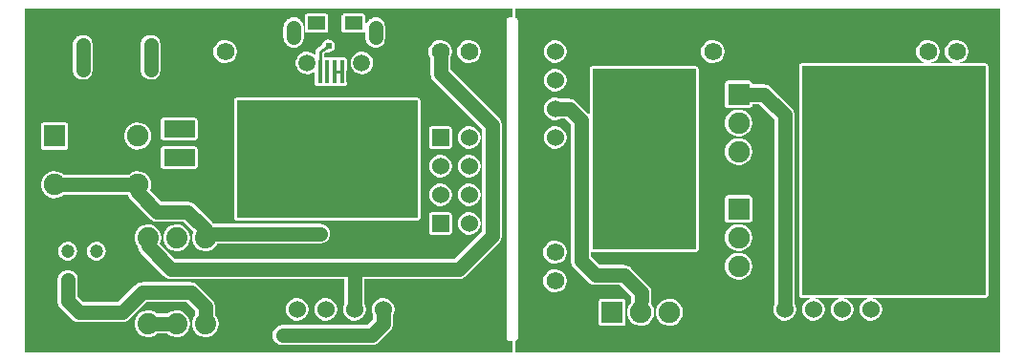
<source format=gtl>
G04 ---------------------------- Layer name :TOP LAYER*
G04 easyEDA 0.1*
G04 Scale: 100 percent, Rotated: No, Reflected: No *
G04 Dimensions in inches *
G04 leading zeros omitted , absolute positions ,2 integer and 4 * 
%FSLAX24Y24*%
%MOIN*%
G90*
G70D02*

%ADD10C,0.010000*%
%ADD11C,0.050000*%
%ADD12C,0.020000*%
%ADD13C,0.025000*%
%ADD14C,0.024400*%
%ADD15R,0.017716X0.078740*%
%ADD16R,0.062992X0.047240*%
%ADD17C,0.059055*%
%ADD19C,0.062000*%
%ADD21R,0.062000X0.062000*%
%ADD22C,0.060000*%
%ADD24R,0.075000X0.075000*%
%ADD25C,0.075000*%
%ADD27C,0.074000*%
%ADD29R,0.060000X0.060000*%
%ADD30R,0.107500X0.059700*%
%ADD31C,0.047000*%
%ADD33C,0.051181*%
%ADD34C,0.051181*%

%LPD*%
G36*
G01X0Y12000D02*
G01X0Y24000D01*
G01X17014Y24000D01*
G01X17014Y23700D01*
G01X16900Y23700D01*
G01X16869Y23696D01*
G01X16842Y23680D01*
G01X16819Y23657D01*
G01X16803Y23630D01*
G01X16800Y23600D01*
G01X16800Y12500D01*
G01X16803Y12469D01*
G01X16819Y12442D01*
G01X16842Y12419D01*
G01X16869Y12403D01*
G01X16900Y12400D01*
G01X17014Y12400D01*
G01X17014Y12000D01*
G01X0Y12000D01*
G37*

%LPC*%
G36*
G01X14530Y18102D02*
G01X14646Y18128D01*
G01X14750Y18188D01*
G01X14830Y18273D01*
G01X14881Y18382D01*
G01X14900Y18500D01*
G01X14881Y18617D01*
G01X14830Y18726D01*
G01X14750Y18811D01*
G01X14646Y18871D01*
G01X14530Y18898D01*
G01X14410Y18890D01*
G01X14300Y18846D01*
G01X14206Y18771D01*
G01X14139Y18673D01*
G01X14103Y18559D01*
G01X14103Y18440D01*
G01X14139Y18326D01*
G01X14206Y18228D01*
G01X14300Y18153D01*
G01X14410Y18109D01*
G01X14530Y18102D01*
G37*
G36*
G01X9868Y23155D02*
G01X10497Y23155D01*
G01X10527Y23159D01*
G01X10556Y23176D01*
G01X10577Y23198D01*
G01X10593Y23226D01*
G01X10597Y23255D01*
G01X10597Y23728D01*
G01X10593Y23757D01*
G01X10577Y23786D01*
G01X10556Y23807D01*
G01X10527Y23823D01*
G01X10497Y23828D01*
G01X9868Y23828D01*
G01X9838Y23823D01*
G01X9810Y23807D01*
G01X9788Y23786D01*
G01X9772Y23757D01*
G01X9768Y23728D01*
G01X9768Y23255D01*
G01X9772Y23226D01*
G01X9788Y23198D01*
G01X9810Y23176D01*
G01X9838Y23159D01*
G01X9868Y23155D01*
G37*
G36*
G01X4268Y12532D02*
G01X4396Y12540D01*
G01X4515Y12582D01*
G01X4611Y12650D01*
G01X4992Y12650D01*
G01X5027Y12615D01*
G01X5142Y12557D01*
G01X5268Y12532D01*
G01X5396Y12540D01*
G01X5515Y12582D01*
G01X5619Y12655D01*
G01X5702Y12755D01*
G01X5752Y12873D01*
G01X5769Y13000D01*
G01X5752Y13126D01*
G01X5702Y13244D01*
G01X5619Y13344D01*
G01X5515Y13417D01*
G01X5396Y13459D01*
G01X5268Y13467D01*
G01X5142Y13442D01*
G01X5027Y13384D01*
G01X4992Y13350D01*
G01X4611Y13350D01*
G01X4515Y13417D01*
G01X4396Y13459D01*
G01X4268Y13467D01*
G01X4142Y13442D01*
G01X4027Y13384D01*
G01X3935Y13296D01*
G01X3868Y13188D01*
G01X3834Y13063D01*
G01X3834Y12936D01*
G01X3868Y12811D01*
G01X3935Y12703D01*
G01X4027Y12615D01*
G01X4142Y12557D01*
G01X4268Y12532D01*
G37*
G36*
G01X9319Y22642D02*
G01X9452Y22642D01*
G01X9460Y22644D01*
G01X9469Y22646D01*
G01X9477Y22648D01*
G01X9593Y22705D01*
G01X9602Y22711D01*
G01X9607Y22715D01*
G01X9619Y22728D01*
G01X9692Y22815D01*
G01X9697Y22823D01*
G01X9706Y22840D01*
G01X9710Y22850D01*
G01X9711Y22857D01*
G01X9735Y22967D01*
G01X9735Y22971D01*
G01X9738Y22978D01*
G01X9738Y23355D01*
G01X9735Y23361D01*
G01X9735Y23365D01*
G01X9711Y23476D01*
G01X9710Y23484D01*
G01X9706Y23494D01*
G01X9697Y23509D01*
G01X9692Y23517D01*
G01X9619Y23605D01*
G01X9607Y23617D01*
G01X9602Y23621D01*
G01X9593Y23628D01*
G01X9477Y23686D01*
G01X9469Y23688D01*
G01X9460Y23690D01*
G01X9452Y23692D01*
G01X9319Y23692D01*
G01X9311Y23690D01*
G01X9302Y23688D01*
G01X9293Y23686D01*
G01X9285Y23682D01*
G01X9184Y23632D01*
G01X9176Y23628D01*
G01X9168Y23621D01*
G01X9161Y23617D01*
G01X9156Y23609D01*
G01X9150Y23603D01*
G01X9080Y23515D01*
G01X9073Y23509D01*
G01X9065Y23494D01*
G01X9064Y23486D01*
G01X9060Y23478D01*
G01X9034Y23367D01*
G01X9034Y23361D01*
G01X9031Y23357D01*
G01X9031Y22976D01*
G01X9034Y22971D01*
G01X9034Y22965D01*
G01X9060Y22855D01*
G01X9064Y22848D01*
G01X9065Y22840D01*
G01X9073Y22823D01*
G01X9080Y22817D01*
G01X9150Y22730D01*
G01X9156Y22723D01*
G01X9161Y22715D01*
G01X9168Y22711D01*
G01X9176Y22705D01*
G01X9184Y22702D01*
G01X9285Y22652D01*
G01X9293Y22648D01*
G01X9302Y22646D01*
G01X9311Y22644D01*
G01X9319Y22642D01*
G37*
G36*
G01X6268Y12532D02*
G01X6396Y12540D01*
G01X6515Y12582D01*
G01X6619Y12655D01*
G01X6702Y12755D01*
G01X6752Y12873D01*
G01X6769Y13000D01*
G01X6752Y13126D01*
G01X6702Y13244D01*
G01X6650Y13307D01*
G01X6650Y13600D01*
G01X6646Y13653D01*
G01X6631Y13707D01*
G01X6611Y13757D01*
G01X6584Y13805D01*
G01X6547Y13848D01*
G01X6047Y14348D01*
G01X6030Y14359D01*
G01X6023Y14367D01*
G01X5997Y14384D01*
G01X5947Y14417D01*
G01X5927Y14421D01*
G01X5919Y14428D01*
G01X5880Y14436D01*
G01X5830Y14448D01*
G01X5815Y14446D01*
G01X5800Y14450D01*
G01X4100Y14450D01*
G01X4084Y14446D01*
G01X4069Y14448D01*
G01X4019Y14436D01*
G01X3980Y14428D01*
G01X3972Y14421D01*
G01X3952Y14417D01*
G01X3902Y14384D01*
G01X3876Y14367D01*
G01X3868Y14359D01*
G01X3852Y14348D01*
G01X3253Y13750D01*
G01X2046Y13750D01*
G01X1860Y13936D01*
G01X1860Y14530D01*
G01X1838Y14650D01*
G01X1777Y14753D01*
G01X1685Y14834D01*
G01X1569Y14873D01*
G01X1450Y14873D01*
G01X1335Y14834D01*
G01X1242Y14753D01*
G01X1181Y14650D01*
G01X1160Y14530D01*
G01X1160Y13790D01*
G01X1164Y13736D01*
G01X1177Y13682D01*
G01X1197Y13632D01*
G01X1226Y13584D01*
G01X1261Y13542D01*
G01X1652Y13151D01*
G01X1693Y13115D01*
G01X1742Y13088D01*
G01X1792Y13067D01*
G01X1846Y13053D01*
G01X1900Y13050D01*
G01X3400Y13050D01*
G01X3453Y13053D01*
G01X3507Y13067D01*
G01X3557Y13088D01*
G01X3606Y13115D01*
G01X3647Y13151D01*
G01X4246Y13750D01*
G01X5653Y13750D01*
G01X5950Y13453D01*
G01X5950Y13309D01*
G01X5935Y13296D01*
G01X5868Y13188D01*
G01X5834Y13063D01*
G01X5834Y12936D01*
G01X5868Y12811D01*
G01X5935Y12703D01*
G01X6027Y12615D01*
G01X6142Y12557D01*
G01X6268Y12532D01*
G37*
G36*
G01X12169Y22642D02*
G01X12302Y22642D01*
G01X12310Y22644D01*
G01X12319Y22646D01*
G01X12327Y22648D01*
G01X12443Y22705D01*
G01X12452Y22711D01*
G01X12457Y22715D01*
G01X12469Y22728D01*
G01X12542Y22815D01*
G01X12547Y22823D01*
G01X12556Y22840D01*
G01X12560Y22850D01*
G01X12561Y22857D01*
G01X12585Y22967D01*
G01X12585Y22971D01*
G01X12588Y22978D01*
G01X12588Y23355D01*
G01X12585Y23361D01*
G01X12585Y23365D01*
G01X12561Y23476D01*
G01X12560Y23484D01*
G01X12556Y23494D01*
G01X12547Y23509D01*
G01X12542Y23517D01*
G01X12469Y23605D01*
G01X12457Y23617D01*
G01X12452Y23621D01*
G01X12443Y23628D01*
G01X12327Y23686D01*
G01X12319Y23688D01*
G01X12310Y23690D01*
G01X12302Y23692D01*
G01X12169Y23692D01*
G01X12161Y23690D01*
G01X12152Y23688D01*
G01X12143Y23686D01*
G01X12135Y23682D01*
G01X12034Y23632D01*
G01X12026Y23628D01*
G01X12018Y23621D01*
G01X12011Y23617D01*
G01X12006Y23609D01*
G01X12000Y23603D01*
G01X11930Y23515D01*
G01X11923Y23509D01*
G01X11915Y23494D01*
G01X11914Y23486D01*
G01X11910Y23478D01*
G01X11888Y23384D01*
G01X11888Y23721D01*
G01X11884Y23752D01*
G01X11868Y23780D01*
G01X11846Y23802D01*
G01X11818Y23817D01*
G01X11788Y23821D01*
G01X11157Y23821D01*
G01X11127Y23817D01*
G01X11100Y23802D01*
G01X11077Y23780D01*
G01X11061Y23752D01*
G01X11057Y23721D01*
G01X11057Y23250D01*
G01X11061Y23219D01*
G01X11077Y23192D01*
G01X11100Y23169D01*
G01X11127Y23153D01*
G01X11157Y23150D01*
G01X11788Y23150D01*
G01X11818Y23153D01*
G01X11846Y23169D01*
G01X11868Y23192D01*
G01X11881Y23215D01*
G01X11881Y22976D01*
G01X11884Y22971D01*
G01X11884Y22965D01*
G01X11910Y22855D01*
G01X11914Y22848D01*
G01X11915Y22840D01*
G01X11923Y22823D01*
G01X11930Y22817D01*
G01X12000Y22730D01*
G01X12006Y22723D01*
G01X12011Y22715D01*
G01X12018Y22711D01*
G01X12026Y22705D01*
G01X12034Y22702D01*
G01X12135Y22652D01*
G01X12143Y22648D01*
G01X12152Y22646D01*
G01X12161Y22644D01*
G01X12169Y22642D01*
G37*
G36*
G01X11530Y13101D02*
G01X11646Y13128D01*
G01X11750Y13188D01*
G01X11830Y13273D01*
G01X11881Y13382D01*
G01X11900Y13500D01*
G01X11881Y13617D01*
G01X11850Y13684D01*
G01X11850Y14563D01*
G01X15138Y14563D01*
G01X15192Y14567D01*
G01X15246Y14582D01*
G01X15296Y14601D01*
G01X15343Y14630D01*
G01X15385Y14665D01*
G01X16547Y15828D01*
G01X16584Y15869D01*
G01X16611Y15917D01*
G01X16631Y15967D01*
G01X16646Y16021D01*
G01X16650Y16076D01*
G01X16650Y19938D01*
G01X16646Y19992D01*
G01X16631Y20046D01*
G01X16611Y20096D01*
G01X16584Y20144D01*
G01X16547Y20186D01*
G01X14850Y21886D01*
G01X14850Y22296D01*
G01X14889Y22380D01*
G01X14907Y22500D01*
G01X14889Y22619D01*
G01X14838Y22730D01*
G01X14753Y22817D01*
G01X14650Y22880D01*
G01X14530Y22905D01*
G01X14410Y22898D01*
G01X14296Y22853D01*
G01X14200Y22778D01*
G01X14131Y22678D01*
G01X14096Y22559D01*
G01X14096Y22440D01*
G01X14131Y22321D01*
G01X14150Y22296D01*
G01X14150Y21740D01*
G01X14153Y21686D01*
G01X14168Y21632D01*
G01X14188Y21582D01*
G01X14215Y21534D01*
G01X14252Y21492D01*
G01X15950Y19792D01*
G01X15950Y16221D01*
G01X14992Y15263D01*
G01X5260Y15263D01*
G01X4722Y15803D01*
G01X4752Y15873D01*
G01X4769Y16000D01*
G01X4752Y16126D01*
G01X4702Y16244D01*
G01X4619Y16344D01*
G01X4515Y16417D01*
G01X4396Y16459D01*
G01X4268Y16467D01*
G01X4142Y16442D01*
G01X4027Y16384D01*
G01X3935Y16296D01*
G01X3868Y16188D01*
G01X3834Y16063D01*
G01X3834Y15936D01*
G01X3868Y15811D01*
G01X3935Y15703D01*
G01X3953Y15688D01*
G01X3953Y15676D01*
G01X3968Y15621D01*
G01X3988Y15571D01*
G01X4015Y15523D01*
G01X4052Y15482D01*
G01X4865Y14665D01*
G01X4907Y14632D01*
G01X4953Y14601D01*
G01X5006Y14582D01*
G01X5060Y14567D01*
G01X5114Y14563D01*
G01X11150Y14563D01*
G01X11150Y13688D01*
G01X11139Y13673D01*
G01X11103Y13559D01*
G01X11103Y13440D01*
G01X11139Y13326D01*
G01X11206Y13228D01*
G01X11300Y13153D01*
G01X11410Y13109D01*
G01X11530Y13101D01*
G37*
G36*
G01X10530Y13101D02*
G01X10646Y13128D01*
G01X10750Y13188D01*
G01X10830Y13273D01*
G01X10881Y13382D01*
G01X10900Y13500D01*
G01X10881Y13617D01*
G01X10830Y13726D01*
G01X10750Y13811D01*
G01X10646Y13871D01*
G01X10530Y13898D01*
G01X10410Y13890D01*
G01X10300Y13846D01*
G01X10206Y13771D01*
G01X10139Y13673D01*
G01X10103Y13559D01*
G01X10103Y13440D01*
G01X10139Y13326D01*
G01X10206Y13228D01*
G01X10300Y13153D01*
G01X10410Y13109D01*
G01X10530Y13101D01*
G37*
G36*
G01X9530Y13101D02*
G01X9646Y13128D01*
G01X9750Y13188D01*
G01X9830Y13273D01*
G01X9881Y13382D01*
G01X9900Y13500D01*
G01X9881Y13617D01*
G01X9830Y13726D01*
G01X9750Y13811D01*
G01X9646Y13871D01*
G01X9530Y13898D01*
G01X9410Y13890D01*
G01X9300Y13846D01*
G01X9206Y13771D01*
G01X9139Y13673D01*
G01X9103Y13559D01*
G01X9103Y13440D01*
G01X9139Y13326D01*
G01X9206Y13228D01*
G01X9300Y13153D01*
G01X9410Y13109D01*
G01X9530Y13101D01*
G37*
G36*
G01X15530Y22094D02*
G01X15650Y22119D01*
G01X15753Y22182D01*
G01X15838Y22269D01*
G01X15889Y22380D01*
G01X15907Y22500D01*
G01X15889Y22619D01*
G01X15838Y22730D01*
G01X15753Y22817D01*
G01X15650Y22880D01*
G01X15530Y22905D01*
G01X15410Y22898D01*
G01X15296Y22853D01*
G01X15200Y22778D01*
G01X15131Y22678D01*
G01X15096Y22559D01*
G01X15096Y22440D01*
G01X15131Y22321D01*
G01X15200Y22221D01*
G01X15296Y22146D01*
G01X15410Y22102D01*
G01X15530Y22094D01*
G37*
G36*
G01X7030Y22094D02*
G01X7150Y22119D01*
G01X7253Y22182D01*
G01X7338Y22269D01*
G01X7389Y22380D01*
G01X7407Y22500D01*
G01X7389Y22619D01*
G01X7338Y22730D01*
G01X7253Y22817D01*
G01X7150Y22880D01*
G01X7030Y22905D01*
G01X6910Y22898D01*
G01X6796Y22853D01*
G01X6700Y22778D01*
G01X6631Y22678D01*
G01X6596Y22559D01*
G01X6596Y22440D01*
G01X6631Y22321D01*
G01X6700Y22221D01*
G01X6796Y22146D01*
G01X6910Y22102D01*
G01X7030Y22094D01*
G37*
G36*
G01X11789Y21711D02*
G01X11903Y21738D01*
G01X12006Y21796D01*
G01X12085Y21882D01*
G01X12135Y21988D01*
G01X12153Y22103D01*
G01X12135Y22219D01*
G01X12085Y22326D01*
G01X12006Y22411D01*
G01X11903Y22469D01*
G01X11789Y22496D01*
G01X11672Y22488D01*
G01X11561Y22446D01*
G01X11472Y22371D01*
G01X11406Y22273D01*
G01X11369Y22161D01*
G01X11369Y22046D01*
G01X11406Y21934D01*
G01X11472Y21836D01*
G01X11561Y21761D01*
G01X11672Y21719D01*
G01X11789Y21711D01*
G37*
G36*
G01X4331Y21519D02*
G01X4465Y21519D01*
G01X4473Y21521D01*
G01X4484Y21523D01*
G01X4492Y21526D01*
G01X4500Y21530D01*
G01X4602Y21580D01*
G01X4610Y21584D01*
G01X4618Y21590D01*
G01X4623Y21594D01*
G01X4630Y21602D01*
G01X4635Y21607D01*
G01X4706Y21696D01*
G01X4711Y21702D01*
G01X4719Y21717D01*
G01X4722Y21726D01*
G01X4726Y21734D01*
G01X4752Y21844D01*
G01X4752Y21850D01*
G01X4753Y21853D01*
G01X4753Y22748D01*
G01X4752Y22752D01*
G01X4752Y22757D01*
G01X4726Y22867D01*
G01X4722Y22876D01*
G01X4719Y22884D01*
G01X4711Y22900D01*
G01X4706Y22905D01*
G01X4635Y22994D01*
G01X4630Y23000D01*
G01X4623Y23007D01*
G01X4618Y23011D01*
G01X4610Y23017D01*
G01X4602Y23021D01*
G01X4500Y23071D01*
G01X4492Y23076D01*
G01X4484Y23078D01*
G01X4473Y23080D01*
G01X4465Y23082D01*
G01X4331Y23082D01*
G01X4323Y23080D01*
G01X4314Y23078D01*
G01X4306Y23076D01*
G01X4189Y23017D01*
G01X4181Y23011D01*
G01X4164Y22994D01*
G01X4093Y22905D01*
G01X4088Y22900D01*
G01X4080Y22884D01*
G01X4077Y22876D01*
G01X4073Y22867D01*
G01X4047Y22757D01*
G01X4047Y22752D01*
G01X4046Y22748D01*
G01X4046Y21853D01*
G01X4047Y21850D01*
G01X4047Y21844D01*
G01X4073Y21734D01*
G01X4077Y21726D01*
G01X4080Y21717D01*
G01X4088Y21702D01*
G01X4093Y21696D01*
G01X4164Y21607D01*
G01X4181Y21590D01*
G01X4189Y21584D01*
G01X4306Y21526D01*
G01X4314Y21523D01*
G01X4323Y21521D01*
G01X4331Y21519D01*
G37*
G36*
G01X1972Y21519D02*
G01X2100Y21519D01*
G01X2110Y21521D01*
G01X2118Y21523D01*
G01X2127Y21526D01*
G01X2135Y21530D01*
G01X2239Y21580D01*
G01X2247Y21584D01*
G01X2253Y21590D01*
G01X2261Y21594D01*
G01X2268Y21600D01*
G01X2273Y21607D01*
G01X2343Y21696D01*
G01X2350Y21702D01*
G01X2357Y21717D01*
G01X2360Y21726D01*
G01X2364Y21734D01*
G01X2389Y21844D01*
G01X2389Y21850D01*
G01X2392Y21853D01*
G01X2392Y22748D01*
G01X2389Y22752D01*
G01X2389Y22757D01*
G01X2364Y22867D01*
G01X2360Y22876D01*
G01X2357Y22884D01*
G01X2350Y22900D01*
G01X2343Y22905D01*
G01X2273Y22994D01*
G01X2268Y23002D01*
G01X2261Y23007D01*
G01X2253Y23011D01*
G01X2247Y23017D01*
G01X2239Y23021D01*
G01X2135Y23071D01*
G01X2127Y23076D01*
G01X2118Y23078D01*
G01X2110Y23080D01*
G01X2100Y23082D01*
G01X1972Y23082D01*
G01X1964Y23080D01*
G01X1953Y23078D01*
G01X1946Y23076D01*
G01X1938Y23071D01*
G01X1835Y23021D01*
G01X1827Y23017D01*
G01X1819Y23011D01*
G01X1814Y23007D01*
G01X1807Y23000D01*
G01X1802Y22994D01*
G01X1731Y22905D01*
G01X1726Y22900D01*
G01X1718Y22884D01*
G01X1715Y22876D01*
G01X1711Y22867D01*
G01X1685Y22757D01*
G01X1685Y22752D01*
G01X1684Y22748D01*
G01X1684Y21853D01*
G01X1685Y21850D01*
G01X1685Y21844D01*
G01X1711Y21734D01*
G01X1715Y21726D01*
G01X1718Y21717D01*
G01X1726Y21702D01*
G01X1731Y21696D01*
G01X1802Y21607D01*
G01X1807Y21602D01*
G01X1814Y21594D01*
G01X1819Y21590D01*
G01X1827Y21584D01*
G01X1835Y21580D01*
G01X1938Y21530D01*
G01X1946Y21526D01*
G01X1953Y21523D01*
G01X1964Y21521D01*
G01X1972Y21519D01*
G37*
G36*
G01X1481Y15198D02*
G01X1592Y15205D01*
G01X1692Y15250D01*
G01X1773Y15323D01*
G01X1826Y15421D01*
G01X1843Y15530D01*
G01X1826Y15638D01*
G01X1773Y15736D01*
G01X1692Y15809D01*
G01X1592Y15853D01*
G01X1481Y15861D01*
G01X1376Y15836D01*
G01X1284Y15776D01*
G01X1215Y15688D01*
G01X1180Y15584D01*
G01X1180Y15476D01*
G01X1215Y15371D01*
G01X1284Y15284D01*
G01X1376Y15223D01*
G01X1481Y15198D01*
G37*
G36*
G01X2481Y15198D02*
G01X2592Y15205D01*
G01X2692Y15250D01*
G01X2773Y15323D01*
G01X2826Y15421D01*
G01X2843Y15530D01*
G01X2826Y15638D01*
G01X2773Y15736D01*
G01X2692Y15809D01*
G01X2592Y15853D01*
G01X2481Y15861D01*
G01X2376Y15836D01*
G01X2284Y15776D01*
G01X2215Y15688D01*
G01X2180Y15584D01*
G01X2180Y15476D01*
G01X2215Y15371D01*
G01X2284Y15284D01*
G01X2376Y15223D01*
G01X2481Y15198D01*
G37*
G36*
G01X10214Y21302D02*
G01X10392Y21302D01*
G01X10422Y21305D01*
G01X10431Y21311D01*
G01X10439Y21305D01*
G01X10469Y21302D01*
G01X10647Y21302D01*
G01X10677Y21305D01*
G01X10688Y21311D01*
G01X10696Y21305D01*
G01X10726Y21302D01*
G01X10903Y21302D01*
G01X10934Y21305D01*
G01X10943Y21311D01*
G01X10952Y21305D01*
G01X10981Y21302D01*
G01X11160Y21302D01*
G01X11189Y21305D01*
G01X11218Y21321D01*
G01X11239Y21344D01*
G01X11256Y21371D01*
G01X11260Y21402D01*
G01X11260Y22188D01*
G01X11256Y22217D01*
G01X11239Y22246D01*
G01X11218Y22267D01*
G01X11189Y22284D01*
G01X11160Y22288D01*
G01X10981Y22288D01*
G01X10952Y22284D01*
G01X10943Y22278D01*
G01X10934Y22284D01*
G01X10903Y22288D01*
G01X10726Y22288D01*
G01X10696Y22284D01*
G01X10688Y22278D01*
G01X10677Y22284D01*
G01X10647Y22288D01*
G01X10469Y22288D01*
G01X10450Y22286D01*
G01X10450Y22419D01*
G01X10553Y22490D01*
G01X10577Y22482D01*
G01X10668Y22490D01*
G01X10747Y22536D01*
G01X10800Y22609D01*
G01X10819Y22700D01*
G01X10800Y22790D01*
G01X10747Y22863D01*
G01X10668Y22909D01*
G01X10577Y22917D01*
G01X10489Y22890D01*
G01X10422Y22830D01*
G01X10384Y22746D01*
G01X10384Y22736D01*
G01X10215Y22623D01*
G01X10193Y22605D01*
G01X10176Y22584D01*
G01X10161Y22557D01*
G01X10152Y22530D01*
G01X10150Y22500D01*
G01X10150Y22357D01*
G01X10100Y22411D01*
G01X9997Y22469D01*
G01X9884Y22496D01*
G01X9765Y22488D01*
G01X9656Y22446D01*
G01X9565Y22371D01*
G01X9500Y22273D01*
G01X9464Y22161D01*
G01X9464Y22046D01*
G01X9500Y21934D01*
G01X9565Y21836D01*
G01X9656Y21761D01*
G01X9765Y21719D01*
G01X9884Y21711D01*
G01X9997Y21738D01*
G01X10100Y21796D01*
G01X10114Y21811D01*
G01X10114Y21402D01*
G01X10118Y21371D01*
G01X10134Y21344D01*
G01X10156Y21321D01*
G01X10184Y21305D01*
G01X10214Y21302D01*
G37*
G36*
G01X5268Y15532D02*
G01X5396Y15540D01*
G01X5515Y15582D01*
G01X5619Y15655D01*
G01X5702Y15755D01*
G01X5752Y15873D01*
G01X5769Y16000D01*
G01X5752Y16126D01*
G01X5702Y16244D01*
G01X5619Y16344D01*
G01X5515Y16417D01*
G01X5396Y16459D01*
G01X5268Y16467D01*
G01X5142Y16442D01*
G01X5027Y16384D01*
G01X4935Y16296D01*
G01X4868Y16188D01*
G01X4834Y16063D01*
G01X4834Y15936D01*
G01X4868Y15811D01*
G01X4935Y15703D01*
G01X5027Y15615D01*
G01X5142Y15557D01*
G01X5268Y15532D01*
G37*
G36*
G01X6268Y15532D02*
G01X6396Y15540D01*
G01X6515Y15582D01*
G01X6619Y15655D01*
G01X6702Y15755D01*
G01X6719Y15800D01*
G01X10302Y15800D01*
G01X10422Y15821D01*
G01X10526Y15882D01*
G01X10606Y15973D01*
G01X10646Y16090D01*
G01X10646Y16209D01*
G01X10606Y16323D01*
G01X10526Y16417D01*
G01X10422Y16478D01*
G01X10302Y16500D01*
G01X6585Y16500D01*
G01X6584Y16503D01*
G01X6547Y16546D01*
G01X5938Y17155D01*
G01X5896Y17192D01*
G01X5847Y17219D01*
G01X5797Y17240D01*
G01X5743Y17253D01*
G01X5689Y17257D01*
G01X4773Y17257D01*
G01X4376Y17655D01*
G01X4406Y17721D01*
G01X4423Y17850D01*
G01X4406Y17978D01*
G01X4353Y18096D01*
G01X4273Y18196D01*
G01X4168Y18269D01*
G01X4046Y18313D01*
G01X3918Y18321D01*
G01X3792Y18296D01*
G01X3676Y18238D01*
G01X3635Y18200D01*
G01X1368Y18200D01*
G01X1268Y18269D01*
G01X1146Y18313D01*
G01X1018Y18321D01*
G01X892Y18296D01*
G01X776Y18238D01*
G01X681Y18150D01*
G01X615Y18038D01*
G01X580Y17913D01*
G01X580Y17786D01*
G01X615Y17661D01*
G01X681Y17550D01*
G01X776Y17461D01*
G01X892Y17403D01*
G01X1018Y17378D01*
G01X1146Y17386D01*
G01X1268Y17430D01*
G01X1368Y17500D01*
G01X3611Y17500D01*
G01X3618Y17478D01*
G01X3638Y17428D01*
G01X3665Y17380D01*
G01X3702Y17338D01*
G01X4380Y16659D01*
G01X4422Y16623D01*
G01X4469Y16596D01*
G01X4519Y16576D01*
G01X4573Y16561D01*
G01X4627Y16557D01*
G01X5543Y16557D01*
G01X5885Y16215D01*
G01X5868Y16188D01*
G01X5834Y16063D01*
G01X5834Y15936D01*
G01X5868Y15811D01*
G01X5935Y15703D01*
G01X6027Y15615D01*
G01X6142Y15557D01*
G01X6268Y15532D01*
G37*
G36*
G01X14200Y16100D02*
G01X14800Y16100D01*
G01X14830Y16103D01*
G01X14857Y16119D01*
G01X14880Y16142D01*
G01X14896Y16169D01*
G01X14900Y16200D01*
G01X14900Y16800D01*
G01X14896Y16830D01*
G01X14880Y16857D01*
G01X14857Y16880D01*
G01X14830Y16896D01*
G01X14800Y16900D01*
G01X14200Y16900D01*
G01X14169Y16896D01*
G01X14142Y16880D01*
G01X14119Y16857D01*
G01X14103Y16830D01*
G01X14100Y16800D01*
G01X14100Y16200D01*
G01X14103Y16169D01*
G01X14119Y16142D01*
G01X14142Y16119D01*
G01X14169Y16103D01*
G01X14200Y16100D01*
G37*
G36*
G01X15530Y16101D02*
G01X15646Y16128D01*
G01X15750Y16188D01*
G01X15830Y16273D01*
G01X15881Y16382D01*
G01X15900Y16500D01*
G01X15881Y16617D01*
G01X15830Y16726D01*
G01X15750Y16811D01*
G01X15646Y16871D01*
G01X15530Y16898D01*
G01X15410Y16890D01*
G01X15300Y16846D01*
G01X15206Y16771D01*
G01X15139Y16673D01*
G01X15103Y16559D01*
G01X15103Y16440D01*
G01X15139Y16326D01*
G01X15206Y16228D01*
G01X15300Y16153D01*
G01X15410Y16109D01*
G01X15530Y16101D01*
G37*
G36*
G01X4861Y19402D02*
G01X5935Y19402D01*
G01X5965Y19405D01*
G01X5993Y19421D01*
G01X6015Y19444D01*
G01X6031Y19471D01*
G01X6035Y19502D01*
G01X6035Y20100D01*
G01X6031Y20130D01*
G01X6015Y20157D01*
G01X5993Y20180D01*
G01X5965Y20196D01*
G01X5935Y20200D01*
G01X4861Y20200D01*
G01X4831Y20196D01*
G01X4803Y20180D01*
G01X4781Y20157D01*
G01X4765Y20130D01*
G01X4761Y20100D01*
G01X4761Y19502D01*
G01X4765Y19471D01*
G01X4781Y19444D01*
G01X4803Y19421D01*
G01X4831Y19405D01*
G01X4861Y19402D01*
G37*
G36*
G01X7400Y16600D02*
G01X13700Y16600D01*
G01X13730Y16603D01*
G01X13757Y16619D01*
G01X13780Y16642D01*
G01X13796Y16669D01*
G01X13800Y16700D01*
G01X13800Y20800D01*
G01X13796Y20830D01*
G01X13780Y20857D01*
G01X13757Y20880D01*
G01X13730Y20896D01*
G01X13700Y20900D01*
G01X7400Y20900D01*
G01X7369Y20896D01*
G01X7342Y20880D01*
G01X7319Y20857D01*
G01X7303Y20830D01*
G01X7300Y20800D01*
G01X7300Y16700D01*
G01X7303Y16669D01*
G01X7319Y16642D01*
G01X7342Y16619D01*
G01X7369Y16603D01*
G01X7400Y16600D01*
G37*
G36*
G01X15530Y17102D02*
G01X15646Y17128D01*
G01X15750Y17188D01*
G01X15830Y17273D01*
G01X15881Y17382D01*
G01X15900Y17500D01*
G01X15881Y17617D01*
G01X15830Y17726D01*
G01X15750Y17811D01*
G01X15646Y17871D01*
G01X15530Y17898D01*
G01X15410Y17890D01*
G01X15300Y17846D01*
G01X15206Y17771D01*
G01X15139Y17673D01*
G01X15103Y17559D01*
G01X15103Y17440D01*
G01X15139Y17326D01*
G01X15206Y17228D01*
G01X15300Y17153D01*
G01X15410Y17109D01*
G01X15530Y17102D01*
G37*
G36*
G01X14530Y17102D02*
G01X14646Y17128D01*
G01X14750Y17188D01*
G01X14830Y17273D01*
G01X14881Y17382D01*
G01X14900Y17500D01*
G01X14881Y17617D01*
G01X14830Y17726D01*
G01X14750Y17811D01*
G01X14646Y17871D01*
G01X14530Y17898D01*
G01X14410Y17890D01*
G01X14300Y17846D01*
G01X14206Y17771D01*
G01X14139Y17673D01*
G01X14103Y17559D01*
G01X14103Y17440D01*
G01X14139Y17326D01*
G01X14206Y17228D01*
G01X14300Y17153D01*
G01X14410Y17109D01*
G01X14530Y17102D01*
G37*
G36*
G01X15530Y19102D02*
G01X15646Y19128D01*
G01X15750Y19188D01*
G01X15830Y19273D01*
G01X15881Y19382D01*
G01X15900Y19500D01*
G01X15881Y19617D01*
G01X15830Y19726D01*
G01X15750Y19811D01*
G01X15646Y19871D01*
G01X15530Y19898D01*
G01X15410Y19890D01*
G01X15300Y19846D01*
G01X15206Y19771D01*
G01X15139Y19673D01*
G01X15103Y19559D01*
G01X15103Y19440D01*
G01X15139Y19326D01*
G01X15206Y19228D01*
G01X15300Y19153D01*
G01X15410Y19109D01*
G01X15530Y19102D01*
G37*
G36*
G01X15530Y18102D02*
G01X15646Y18128D01*
G01X15750Y18188D01*
G01X15830Y18273D01*
G01X15881Y18382D01*
G01X15900Y18500D01*
G01X15881Y18617D01*
G01X15830Y18726D01*
G01X15750Y18811D01*
G01X15646Y18871D01*
G01X15530Y18898D01*
G01X15410Y18890D01*
G01X15300Y18846D01*
G01X15206Y18771D01*
G01X15139Y18673D01*
G01X15103Y18559D01*
G01X15103Y18440D01*
G01X15139Y18326D01*
G01X15206Y18228D01*
G01X15300Y18153D01*
G01X15410Y18109D01*
G01X15530Y18102D01*
G37*
G36*
G01X9000Y12250D02*
G01X12100Y12250D01*
G01X12153Y12253D01*
G01X12207Y12267D01*
G01X12257Y12288D01*
G01X12306Y12315D01*
G01X12347Y12351D01*
G01X12747Y12751D01*
G01X12784Y12794D01*
G01X12811Y12842D01*
G01X12831Y12892D01*
G01X12846Y12946D01*
G01X12850Y13000D01*
G01X12850Y13315D01*
G01X12881Y13382D01*
G01X12900Y13500D01*
G01X12881Y13617D01*
G01X12830Y13726D01*
G01X12750Y13811D01*
G01X12646Y13871D01*
G01X12530Y13898D01*
G01X12410Y13890D01*
G01X12300Y13846D01*
G01X12206Y13771D01*
G01X12139Y13673D01*
G01X12103Y13559D01*
G01X12103Y13440D01*
G01X12139Y13326D01*
G01X12150Y13311D01*
G01X12150Y13146D01*
G01X11953Y12950D01*
G01X9000Y12950D01*
G01X8880Y12928D01*
G01X8776Y12867D01*
G01X8696Y12776D01*
G01X8656Y12659D01*
G01X8656Y12540D01*
G01X8696Y12426D01*
G01X8776Y12332D01*
G01X8880Y12271D01*
G01X9000Y12250D01*
G37*
G36*
G01X14200Y19100D02*
G01X14800Y19100D01*
G01X14830Y19103D01*
G01X14857Y19119D01*
G01X14880Y19142D01*
G01X14896Y19169D01*
G01X14900Y19200D01*
G01X14900Y19800D01*
G01X14896Y19830D01*
G01X14880Y19857D01*
G01X14857Y19880D01*
G01X14830Y19896D01*
G01X14800Y19900D01*
G01X14200Y19900D01*
G01X14169Y19896D01*
G01X14142Y19880D01*
G01X14119Y19857D01*
G01X14103Y19830D01*
G01X14100Y19800D01*
G01X14100Y19200D01*
G01X14103Y19169D01*
G01X14119Y19142D01*
G01X14142Y19119D01*
G01X14169Y19103D01*
G01X14200Y19100D01*
G37*
G36*
G01X4861Y18402D02*
G01X5935Y18402D01*
G01X5965Y18405D01*
G01X5993Y18421D01*
G01X6015Y18444D01*
G01X6031Y18471D01*
G01X6035Y18502D01*
G01X6035Y19100D01*
G01X6031Y19130D01*
G01X6015Y19157D01*
G01X5993Y19180D01*
G01X5965Y19196D01*
G01X5935Y19200D01*
G01X4861Y19200D01*
G01X4831Y19196D01*
G01X4803Y19180D01*
G01X4781Y19157D01*
G01X4765Y19130D01*
G01X4761Y19100D01*
G01X4761Y18502D01*
G01X4765Y18471D01*
G01X4781Y18444D01*
G01X4803Y18421D01*
G01X4831Y18405D01*
G01X4861Y18402D01*
G37*
G36*
G01X673Y19076D02*
G01X1423Y19076D01*
G01X1453Y19080D01*
G01X1481Y19096D01*
G01X1503Y19117D01*
G01X1519Y19146D01*
G01X1523Y19176D01*
G01X1523Y19926D01*
G01X1519Y19955D01*
G01X1503Y19984D01*
G01X1481Y20005D01*
G01X1453Y20021D01*
G01X1423Y20026D01*
G01X673Y20026D01*
G01X643Y20021D01*
G01X615Y20005D01*
G01X593Y19984D01*
G01X577Y19955D01*
G01X573Y19926D01*
G01X573Y19176D01*
G01X577Y19146D01*
G01X593Y19117D01*
G01X615Y19096D01*
G01X643Y19080D01*
G01X673Y19076D01*
G37*
G36*
G01X3918Y19078D02*
G01X4046Y19086D01*
G01X4168Y19130D01*
G01X4273Y19203D01*
G01X4353Y19303D01*
G01X4406Y19421D01*
G01X4423Y19550D01*
G01X4406Y19678D01*
G01X4353Y19796D01*
G01X4273Y19896D01*
G01X4168Y19969D01*
G01X4046Y20013D01*
G01X3918Y20021D01*
G01X3792Y19996D01*
G01X3676Y19938D01*
G01X3581Y19850D01*
G01X3515Y19738D01*
G01X3480Y19613D01*
G01X3480Y19486D01*
G01X3515Y19361D01*
G01X3581Y19250D01*
G01X3676Y19161D01*
G01X3792Y19103D01*
G01X3918Y19078D01*
G37*

%LPD*%
G36*
G01X17107Y12000D02*
G01X17107Y12401D01*
G01X17130Y12403D01*
G01X17157Y12419D01*
G01X17180Y12442D01*
G01X17196Y12469D01*
G01X17200Y12500D01*
G01X17200Y23600D01*
G01X17196Y23630D01*
G01X17180Y23657D01*
G01X17157Y23680D01*
G01X17130Y23696D01*
G01X17110Y23698D01*
G01X17110Y24000D01*
G01X34000Y24000D01*
G01X34000Y12000D01*
G01X17107Y12000D01*
G37*

%LPC*%
G36*
G01X18530Y22102D02*
G01X18646Y22128D01*
G01X18750Y22188D01*
G01X18830Y22273D01*
G01X18881Y22382D01*
G01X18900Y22500D01*
G01X18881Y22617D01*
G01X18830Y22726D01*
G01X18750Y22811D01*
G01X18646Y22871D01*
G01X18530Y22898D01*
G01X18410Y22890D01*
G01X18300Y22846D01*
G01X18206Y22771D01*
G01X18139Y22673D01*
G01X18103Y22559D01*
G01X18103Y22440D01*
G01X18139Y22326D01*
G01X18206Y22228D01*
G01X18300Y22153D01*
G01X18410Y22109D01*
G01X18530Y22102D01*
G37*
G36*
G01X21456Y12928D02*
G01X21584Y12936D01*
G01X21706Y12980D01*
G01X21811Y13053D01*
G01X21892Y13153D01*
G01X21943Y13271D01*
G01X21961Y13400D01*
G01X21943Y13528D01*
G01X21892Y13646D01*
G01X21843Y13705D01*
G01X21850Y14094D01*
G01X21846Y14150D01*
G01X21834Y14203D01*
G01X21811Y14255D01*
G01X21784Y14303D01*
G01X21747Y14348D01*
G01X21147Y14948D01*
G01X21106Y14984D01*
G01X21057Y15011D01*
G01X21007Y15032D01*
G01X20953Y15046D01*
G01X20900Y15050D01*
G01X20046Y15050D01*
G01X19750Y15346D01*
G01X19750Y15515D01*
G01X19769Y15503D01*
G01X19800Y15500D01*
G01X23400Y15500D01*
G01X23430Y15503D01*
G01X23457Y15519D01*
G01X23480Y15542D01*
G01X23496Y15569D01*
G01X23500Y15600D01*
G01X23500Y21900D01*
G01X23496Y21930D01*
G01X23480Y21957D01*
G01X23457Y21980D01*
G01X23430Y21996D01*
G01X23400Y22000D01*
G01X19800Y22000D01*
G01X19769Y21996D01*
G01X19742Y21980D01*
G01X19719Y21957D01*
G01X19703Y21930D01*
G01X19700Y21900D01*
G01X19700Y20273D01*
G01X19681Y20300D01*
G01X19668Y20323D01*
G01X19660Y20332D01*
G01X19647Y20348D01*
G01X19247Y20748D01*
G01X19230Y20759D01*
G01X19223Y20767D01*
G01X19197Y20782D01*
G01X19147Y20817D01*
G01X19127Y20821D01*
G01X19119Y20828D01*
G01X19080Y20836D01*
G01X19030Y20848D01*
G01X19015Y20846D01*
G01X19000Y20850D01*
G01X18684Y20850D01*
G01X18646Y20871D01*
G01X18530Y20898D01*
G01X18410Y20890D01*
G01X18300Y20846D01*
G01X18206Y20771D01*
G01X18139Y20673D01*
G01X18103Y20559D01*
G01X18103Y20440D01*
G01X18139Y20326D01*
G01X18206Y20228D01*
G01X18300Y20153D01*
G01X18410Y20109D01*
G01X18530Y20102D01*
G01X18646Y20128D01*
G01X18684Y20150D01*
G01X18853Y20150D01*
G01X19050Y19953D01*
G01X19050Y15200D01*
G01X19053Y15146D01*
G01X19068Y15092D01*
G01X19088Y15042D01*
G01X19115Y14994D01*
G01X19152Y14951D01*
G01X19652Y14451D01*
G01X19693Y14415D01*
G01X19742Y14388D01*
G01X19792Y14367D01*
G01X19846Y14353D01*
G01X19900Y14350D01*
G01X20753Y14350D01*
G01X21147Y13955D01*
G01X21143Y13721D01*
G01X21119Y13700D01*
G01X21053Y13588D01*
G01X21018Y13463D01*
G01X21018Y13336D01*
G01X21053Y13211D01*
G01X21119Y13100D01*
G01X21214Y13011D01*
G01X21330Y12953D01*
G01X21456Y12928D01*
G37*
G36*
G01X22456Y12928D02*
G01X22584Y12936D01*
G01X22706Y12980D01*
G01X22811Y13053D01*
G01X22892Y13153D01*
G01X22943Y13271D01*
G01X22961Y13400D01*
G01X22943Y13528D01*
G01X22892Y13646D01*
G01X22811Y13746D01*
G01X22706Y13819D01*
G01X22584Y13863D01*
G01X22456Y13871D01*
G01X22330Y13846D01*
G01X22214Y13788D01*
G01X22119Y13700D01*
G01X22053Y13588D01*
G01X22018Y13463D01*
G01X22018Y13336D01*
G01X22053Y13211D01*
G01X22119Y13100D01*
G01X22214Y13011D01*
G01X22330Y12953D01*
G01X22456Y12928D01*
G37*
G36*
G01X29530Y13101D02*
G01X29646Y13128D01*
G01X29750Y13188D01*
G01X29830Y13273D01*
G01X29881Y13382D01*
G01X29900Y13500D01*
G01X29881Y13617D01*
G01X29830Y13726D01*
G01X29750Y13811D01*
G01X29646Y13871D01*
G01X29530Y13898D01*
G01X29410Y13890D01*
G01X29300Y13846D01*
G01X29206Y13771D01*
G01X29139Y13673D01*
G01X29103Y13559D01*
G01X29103Y13440D01*
G01X29139Y13326D01*
G01X29206Y13228D01*
G01X29300Y13153D01*
G01X29410Y13109D01*
G01X29530Y13101D01*
G37*
G36*
G01X28530Y13101D02*
G01X28646Y13128D01*
G01X28750Y13188D01*
G01X28830Y13273D01*
G01X28881Y13382D01*
G01X28900Y13500D01*
G01X28881Y13617D01*
G01X28830Y13726D01*
G01X28750Y13811D01*
G01X28646Y13871D01*
G01X28530Y13898D01*
G01X28410Y13890D01*
G01X28300Y13846D01*
G01X28206Y13771D01*
G01X28139Y13673D01*
G01X28103Y13559D01*
G01X28103Y13440D01*
G01X28139Y13326D01*
G01X28206Y13228D01*
G01X28300Y13153D01*
G01X28410Y13109D01*
G01X28530Y13101D01*
G37*
G36*
G01X27530Y13101D02*
G01X27646Y13128D01*
G01X27750Y13188D01*
G01X27830Y13273D01*
G01X27881Y13382D01*
G01X27900Y13500D01*
G01X27881Y13617D01*
G01X27830Y13726D01*
G01X27750Y13811D01*
G01X27646Y13871D01*
G01X27530Y13898D01*
G01X27410Y13890D01*
G01X27300Y13846D01*
G01X27206Y13771D01*
G01X27139Y13673D01*
G01X27103Y13559D01*
G01X27103Y13440D01*
G01X27139Y13326D01*
G01X27206Y13228D01*
G01X27300Y13153D01*
G01X27410Y13109D01*
G01X27530Y13101D01*
G37*
G36*
G01X26530Y13101D02*
G01X26646Y13128D01*
G01X26750Y13188D01*
G01X26830Y13273D01*
G01X26881Y13382D01*
G01X26900Y13500D01*
G01X26881Y13617D01*
G01X26850Y13684D01*
G01X26850Y20286D01*
G01X26846Y20340D01*
G01X26831Y20394D01*
G01X26811Y20446D01*
G01X26781Y20492D01*
G01X26747Y20534D01*
G01X26022Y21257D01*
G01X26003Y21269D01*
G01X25997Y21278D01*
G01X25972Y21292D01*
G01X25922Y21328D01*
G01X25902Y21332D01*
G01X25893Y21338D01*
G01X25853Y21346D01*
G01X25803Y21357D01*
G01X25789Y21355D01*
G01X25773Y21359D01*
G01X25373Y21359D01*
G01X25373Y21386D01*
G01X25369Y21415D01*
G01X25353Y21444D01*
G01X25331Y21465D01*
G01X25303Y21482D01*
G01X25273Y21486D01*
G01X24523Y21486D01*
G01X24493Y21482D01*
G01X24465Y21465D01*
G01X24443Y21444D01*
G01X24427Y21415D01*
G01X24423Y21386D01*
G01X24423Y20636D01*
G01X24427Y20605D01*
G01X24443Y20578D01*
G01X24465Y20555D01*
G01X24493Y20540D01*
G01X24523Y20536D01*
G01X25273Y20536D01*
G01X25303Y20540D01*
G01X25331Y20555D01*
G01X25353Y20578D01*
G01X25369Y20605D01*
G01X25373Y20636D01*
G01X25373Y20659D01*
G01X25627Y20659D01*
G01X26150Y20140D01*
G01X26150Y13688D01*
G01X26139Y13673D01*
G01X26103Y13559D01*
G01X26103Y13440D01*
G01X26139Y13326D01*
G01X26206Y13228D01*
G01X26300Y13153D01*
G01X26410Y13109D01*
G01X26530Y13101D01*
G37*
G36*
G01X27100Y13900D02*
G01X33500Y13900D01*
G01X33530Y13903D01*
G01X33557Y13919D01*
G01X33580Y13942D01*
G01X33596Y13969D01*
G01X33600Y14000D01*
G01X33600Y22000D01*
G01X33596Y22030D01*
G01X33580Y22057D01*
G01X33557Y22080D01*
G01X33530Y22096D01*
G01X33500Y22100D01*
G01X32557Y22100D01*
G01X32650Y22119D01*
G01X32753Y22182D01*
G01X32838Y22269D01*
G01X32889Y22380D01*
G01X32907Y22500D01*
G01X32889Y22619D01*
G01X32838Y22730D01*
G01X32753Y22817D01*
G01X32650Y22880D01*
G01X32530Y22905D01*
G01X32410Y22898D01*
G01X32296Y22853D01*
G01X32200Y22778D01*
G01X32131Y22678D01*
G01X32096Y22559D01*
G01X32096Y22440D01*
G01X32131Y22321D01*
G01X32200Y22221D01*
G01X32296Y22146D01*
G01X32410Y22102D01*
G01X32439Y22100D01*
G01X31557Y22100D01*
G01X31650Y22119D01*
G01X31753Y22182D01*
G01X31838Y22269D01*
G01X31889Y22380D01*
G01X31907Y22500D01*
G01X31889Y22619D01*
G01X31838Y22730D01*
G01X31753Y22817D01*
G01X31650Y22880D01*
G01X31530Y22905D01*
G01X31410Y22898D01*
G01X31296Y22853D01*
G01X31200Y22778D01*
G01X31131Y22678D01*
G01X31096Y22559D01*
G01X31096Y22440D01*
G01X31131Y22321D01*
G01X31200Y22221D01*
G01X31296Y22146D01*
G01X31410Y22102D01*
G01X31439Y22100D01*
G01X27100Y22100D01*
G01X27069Y22096D01*
G01X27042Y22080D01*
G01X27019Y22057D01*
G01X27003Y22030D01*
G01X27000Y22000D01*
G01X27000Y14000D01*
G01X27003Y13969D01*
G01X27019Y13942D01*
G01X27042Y13919D01*
G01X27069Y13903D01*
G01X27100Y13900D01*
G37*
G36*
G01X18530Y14094D02*
G01X18650Y14119D01*
G01X18753Y14182D01*
G01X18838Y14269D01*
G01X18889Y14380D01*
G01X18907Y14500D01*
G01X18889Y14619D01*
G01X18838Y14730D01*
G01X18753Y14817D01*
G01X18650Y14880D01*
G01X18530Y14905D01*
G01X18410Y14898D01*
G01X18296Y14853D01*
G01X18200Y14778D01*
G01X18131Y14678D01*
G01X18096Y14559D01*
G01X18096Y14440D01*
G01X18131Y14321D01*
G01X18200Y14221D01*
G01X18296Y14146D01*
G01X18410Y14101D01*
G01X18530Y14094D01*
G37*
G36*
G01X24868Y14538D02*
G01X24996Y14546D01*
G01X25118Y14590D01*
G01X25223Y14663D01*
G01X25303Y14763D01*
G01X25356Y14882D01*
G01X25373Y15009D01*
G01X25356Y15138D01*
G01X25303Y15255D01*
G01X25223Y15355D01*
G01X25118Y15430D01*
G01X24996Y15473D01*
G01X24868Y15482D01*
G01X24742Y15455D01*
G01X24626Y15398D01*
G01X24531Y15309D01*
G01X24465Y15198D01*
G01X24430Y15073D01*
G01X24430Y14946D01*
G01X24465Y14821D01*
G01X24531Y14709D01*
G01X24626Y14621D01*
G01X24742Y14563D01*
G01X24868Y14538D01*
G37*
G36*
G01X18530Y15094D02*
G01X18650Y15119D01*
G01X18753Y15182D01*
G01X18838Y15269D01*
G01X18889Y15380D01*
G01X18907Y15500D01*
G01X18889Y15619D01*
G01X18838Y15730D01*
G01X18753Y15817D01*
G01X18650Y15880D01*
G01X18530Y15905D01*
G01X18410Y15898D01*
G01X18296Y15853D01*
G01X18200Y15778D01*
G01X18131Y15678D01*
G01X18096Y15559D01*
G01X18096Y15440D01*
G01X18131Y15321D01*
G01X18200Y15221D01*
G01X18296Y15146D01*
G01X18410Y15101D01*
G01X18530Y15094D01*
G37*
G36*
G01X24030Y22094D02*
G01X24150Y22119D01*
G01X24253Y22182D01*
G01X24338Y22269D01*
G01X24389Y22380D01*
G01X24407Y22500D01*
G01X24389Y22619D01*
G01X24338Y22730D01*
G01X24253Y22817D01*
G01X24150Y22880D01*
G01X24030Y22905D01*
G01X23910Y22898D01*
G01X23796Y22853D01*
G01X23700Y22778D01*
G01X23631Y22678D01*
G01X23596Y22559D01*
G01X23596Y22440D01*
G01X23631Y22321D01*
G01X23700Y22221D01*
G01X23796Y22146D01*
G01X23910Y22102D01*
G01X24030Y22094D01*
G37*
G36*
G01X24868Y15538D02*
G01X24996Y15546D01*
G01X25118Y15590D01*
G01X25223Y15663D01*
G01X25303Y15763D01*
G01X25356Y15882D01*
G01X25373Y16009D01*
G01X25356Y16138D01*
G01X25303Y16255D01*
G01X25223Y16355D01*
G01X25118Y16430D01*
G01X24996Y16473D01*
G01X24868Y16482D01*
G01X24742Y16455D01*
G01X24626Y16398D01*
G01X24531Y16309D01*
G01X24465Y16198D01*
G01X24430Y16073D01*
G01X24430Y15946D01*
G01X24465Y15821D01*
G01X24531Y15709D01*
G01X24626Y15621D01*
G01X24742Y15563D01*
G01X24868Y15538D01*
G37*
G36*
G01X24523Y16536D02*
G01X25273Y16536D01*
G01X25303Y16540D01*
G01X25331Y16555D01*
G01X25353Y16578D01*
G01X25369Y16605D01*
G01X25373Y16636D01*
G01X25373Y17386D01*
G01X25369Y17415D01*
G01X25353Y17444D01*
G01X25331Y17465D01*
G01X25303Y17482D01*
G01X25273Y17486D01*
G01X24523Y17486D01*
G01X24493Y17482D01*
G01X24465Y17465D01*
G01X24443Y17444D01*
G01X24427Y17415D01*
G01X24423Y17386D01*
G01X24423Y16636D01*
G01X24427Y16605D01*
G01X24443Y16578D01*
G01X24465Y16555D01*
G01X24493Y16540D01*
G01X24523Y16536D01*
G37*
G36*
G01X20114Y12926D02*
G01X20864Y12926D01*
G01X20893Y12930D01*
G01X20922Y12946D01*
G01X20943Y12967D01*
G01X20960Y12996D01*
G01X20964Y13026D01*
G01X20964Y13776D01*
G01X20960Y13805D01*
G01X20943Y13834D01*
G01X20922Y13855D01*
G01X20893Y13871D01*
G01X20864Y13876D01*
G01X20114Y13876D01*
G01X20084Y13871D01*
G01X20056Y13855D01*
G01X20034Y13834D01*
G01X20018Y13805D01*
G01X20014Y13776D01*
G01X20014Y13026D01*
G01X20018Y12996D01*
G01X20034Y12967D01*
G01X20056Y12946D01*
G01X20084Y12930D01*
G01X20114Y12926D01*
G37*
G36*
G01X18530Y19102D02*
G01X18646Y19128D01*
G01X18750Y19188D01*
G01X18830Y19273D01*
G01X18881Y19382D01*
G01X18900Y19500D01*
G01X18881Y19617D01*
G01X18830Y19726D01*
G01X18750Y19811D01*
G01X18646Y19871D01*
G01X18530Y19898D01*
G01X18410Y19890D01*
G01X18300Y19846D01*
G01X18206Y19771D01*
G01X18139Y19673D01*
G01X18103Y19559D01*
G01X18103Y19440D01*
G01X18139Y19326D01*
G01X18206Y19228D01*
G01X18300Y19153D01*
G01X18410Y19109D01*
G01X18530Y19102D01*
G37*
G36*
G01X24868Y19538D02*
G01X24996Y19546D01*
G01X25118Y19590D01*
G01X25223Y19663D01*
G01X25303Y19763D01*
G01X25356Y19882D01*
G01X25373Y20009D01*
G01X25356Y20138D01*
G01X25303Y20255D01*
G01X25223Y20355D01*
G01X25118Y20430D01*
G01X24996Y20473D01*
G01X24868Y20482D01*
G01X24742Y20455D01*
G01X24626Y20398D01*
G01X24531Y20309D01*
G01X24465Y20198D01*
G01X24430Y20073D01*
G01X24430Y19946D01*
G01X24465Y19821D01*
G01X24531Y19709D01*
G01X24626Y19621D01*
G01X24742Y19563D01*
G01X24868Y19538D01*
G37*
G36*
G01X18530Y21102D02*
G01X18646Y21128D01*
G01X18750Y21188D01*
G01X18830Y21273D01*
G01X18881Y21382D01*
G01X18900Y21500D01*
G01X18881Y21617D01*
G01X18830Y21726D01*
G01X18750Y21811D01*
G01X18646Y21871D01*
G01X18530Y21898D01*
G01X18410Y21890D01*
G01X18300Y21846D01*
G01X18206Y21771D01*
G01X18139Y21673D01*
G01X18103Y21559D01*
G01X18103Y21440D01*
G01X18139Y21326D01*
G01X18206Y21228D01*
G01X18300Y21153D01*
G01X18410Y21109D01*
G01X18530Y21102D01*
G37*
G36*
G01X24868Y18538D02*
G01X24996Y18546D01*
G01X25118Y18590D01*
G01X25223Y18663D01*
G01X25303Y18763D01*
G01X25356Y18882D01*
G01X25373Y19009D01*
G01X25356Y19138D01*
G01X25303Y19255D01*
G01X25223Y19355D01*
G01X25118Y19430D01*
G01X24996Y19473D01*
G01X24868Y19482D01*
G01X24742Y19455D01*
G01X24626Y19398D01*
G01X24531Y19309D01*
G01X24465Y19198D01*
G01X24430Y19073D01*
G01X24430Y18946D01*
G01X24465Y18821D01*
G01X24531Y18709D01*
G01X24626Y18621D01*
G01X24742Y18563D01*
G01X24868Y18538D01*
G37*

%LPD*%
G54D11*
G01X4300Y16000D02*
G01X4300Y15728D01*
G01X5115Y14913D01*
G01X11500Y14913D01*
G01X11500Y14913D02*
G01X11500Y13500D01*
G01X4300Y13000D02*
G01X5300Y13000D01*
G01X6300Y16148D02*
G01X10303Y16148D01*
G01X6300Y16148D02*
G01X6300Y16296D01*
G01X5690Y16906D01*
G01X4628Y16906D01*
G01X3950Y17584D01*
G01X3950Y17850D01*
G01X6300Y16000D02*
G01X6300Y16148D01*
G01X3950Y17850D02*
G01X1050Y17850D01*
G01X18500Y20500D02*
G01X19000Y20500D01*
G01X24900Y21009D02*
G01X25775Y21009D01*
G01X25775Y21009D02*
G01X26500Y20285D01*
G01X26500Y13500D01*
G01X11500Y14913D02*
G01X15139Y14913D01*
G01X16300Y16075D01*
G01X16300Y19937D01*
G01X14500Y21738D01*
G01X14500Y22500D01*
G54D12*
G01X11323Y21800D02*
G01X11323Y21800D01*
G01X11323Y21476D01*
G01X11500Y21300D01*
G01X11500Y21300D02*
G01X13300Y21300D01*
G01X13300Y21300D02*
G01X13500Y21500D01*
G01X13500Y22500D01*
G54D10*
G01X10811Y21800D02*
G01X11068Y21800D01*
G01X10300Y21800D02*
G01X10300Y22500D01*
G01X10600Y22700D01*
G54D11*
G01X12500Y13500D02*
G01X12500Y13000D01*
G01X12100Y12600D01*
G01X9000Y12600D01*
G01X1510Y14530D02*
G01X1510Y13790D01*
G01X1900Y13400D01*
G01X3400Y13400D01*
G01X4100Y14100D01*
G01X4100Y14100D02*
G01X5800Y14100D01*
G01X5800Y14100D02*
G01X6300Y13600D01*
G01X6300Y13000D01*
G01X19000Y20500D02*
G01X19400Y20100D01*
G01X19400Y20100D02*
G01X19400Y15200D01*
G01X19900Y14700D01*
G01X20900Y14700D01*
G01X21500Y14100D01*
G01X21489Y13400D01*
G54D15*
G01X10300Y21800D03*
G01X10556Y21800D03*
G01X10811Y21800D03*
G01X11068Y21800D03*
G01X11323Y21800D03*
G54D16*
G01X10184Y23492D03*
G01X11484Y23484D03*
G36*
G01X7400Y16700D02*
G01X13700Y16700D01*
G01X13700Y20800D01*
G01X7400Y20800D01*
G01X7400Y16700D01*
G01X7400Y16700D01*
G37*
G36*
G01X27100Y22000D02*
G01X33500Y22000D01*
G01X33500Y14000D01*
G01X27100Y14000D01*
G01X27100Y22000D01*
G37*
G36*
G01X19800Y21900D02*
G01X23400Y21900D01*
G01X23400Y15600D01*
G01X19800Y15600D01*
G01X19800Y21900D01*
G37*
G54D17*
G01X11760Y22103D03*
G01X9855Y22103D03*
G54D19*
G01X15500Y22500D03*
G01X14500Y22500D03*
G54D21*
G01X13500Y22500D03*
G54D22*
G01X8500Y13500D03*
G01X9500Y13500D03*
G01X10500Y13500D03*
G01X11500Y13500D03*
G01X12500Y13500D03*
G54D24*
G01X1050Y19550D03*
G54D25*
G01X1050Y17850D03*
G01X3950Y17850D03*
G01X3950Y19550D03*
G54D19*
G01X8000Y22500D03*
G01X7000Y22500D03*
G54D21*
G01X6000Y22500D03*
G54D27*
G01X6300Y13000D03*
G01X6300Y16000D03*
G54D19*
G01X32500Y22500D03*
G01X31500Y22500D03*
G54D21*
G01X30500Y22500D03*
G54D22*
G01X25500Y13500D03*
G01X26500Y13500D03*
G01X27500Y13500D03*
G01X28500Y13500D03*
G01X29500Y13500D03*
G54D19*
G01X25000Y22500D03*
G01X24000Y22500D03*
G54D21*
G01X23000Y22500D03*
G54D25*
G01X24900Y19009D03*
G01X24900Y20009D03*
G54D24*
G01X24900Y21009D03*
G54D25*
G01X22489Y13400D03*
G01X21489Y13400D03*
G54D24*
G01X20489Y13400D03*
G54D25*
G01X24900Y15009D03*
G01X24900Y16009D03*
G54D24*
G01X24900Y17009D03*
G54D19*
G01X18500Y15500D03*
G01X18500Y14500D03*
G54D21*
G01X18500Y13500D03*
G54D22*
G01X18500Y18500D03*
G01X18500Y19500D03*
G01X18500Y20500D03*
G01X18500Y21500D03*
G01X18500Y22500D03*
G54D29*
G01X14500Y16500D03*
G54D22*
G01X15500Y16500D03*
G01X14500Y17500D03*
G01X15500Y17500D03*
G01X14500Y18500D03*
G01X15500Y18500D03*
G54D29*
G01X14500Y19500D03*
G54D22*
G01X15500Y19500D03*
G54D30*
G01X5400Y19800D03*
G01X5400Y18800D03*
G01X5400Y17800D03*
G54D31*
G01X2510Y14530D03*
G01X1510Y14530D03*
G01X2510Y15530D03*
G01X1510Y15530D03*
G54D27*
G01X5300Y16000D03*
G01X5300Y13000D03*
G01X4300Y16000D03*
G01X4300Y13000D03*
G54D13*
G01X10303Y16148D03*
G54D14*
G01X10600Y22700D03*
G01X9000Y12600D03*
G54D17*
G01X11760Y22103D03*
G01X9855Y22103D03*
G54D19*
G01X15500Y22500D03*
G01X14500Y22500D03*
G54D21*
G01X13500Y22500D03*
G54D22*
G01X8500Y13500D03*
G01X9500Y13500D03*
G01X10500Y13500D03*
G01X11500Y13500D03*
G01X12500Y13500D03*
G54D24*
G01X1050Y19550D03*
G54D25*
G01X1050Y17850D03*
G01X3950Y17850D03*
G01X3950Y19550D03*
G54D19*
G01X8000Y22500D03*
G01X7000Y22500D03*
G54D21*
G01X6000Y22500D03*
G54D27*
G01X6300Y13000D03*
G01X6300Y16000D03*
G54D19*
G01X32500Y22500D03*
G01X31500Y22500D03*
G54D21*
G01X30500Y22500D03*
G54D22*
G01X25500Y13500D03*
G01X26500Y13500D03*
G01X27500Y13500D03*
G01X28500Y13500D03*
G01X29500Y13500D03*
G54D19*
G01X25000Y22500D03*
G01X24000Y22500D03*
G54D21*
G01X23000Y22500D03*
G54D25*
G01X24900Y19009D03*
G01X24900Y20009D03*
G54D24*
G01X24900Y21009D03*
G54D25*
G01X22489Y13400D03*
G01X21489Y13400D03*
G54D24*
G01X20489Y13400D03*
G54D25*
G01X24900Y15009D03*
G01X24900Y16009D03*
G54D24*
G01X24900Y17009D03*
G54D19*
G01X18500Y15500D03*
G01X18500Y14500D03*
G54D21*
G01X18500Y13500D03*
G54D22*
G01X18500Y18500D03*
G01X18500Y19500D03*
G01X18500Y20500D03*
G01X18500Y21500D03*
G01X18500Y22500D03*
G54D29*
G01X14500Y16500D03*
G54D22*
G01X15500Y16500D03*
G01X14500Y17500D03*
G01X15500Y17500D03*
G01X14500Y18500D03*
G01X15500Y18500D03*
G54D29*
G01X14500Y19500D03*
G54D22*
G01X15500Y19500D03*
G54D30*
G01X5400Y19800D03*
G01X5400Y18800D03*
G01X5400Y17800D03*
G54D31*
G01X2510Y14530D03*
G01X1510Y14530D03*
G01X2510Y15530D03*
G01X1510Y15530D03*
G54D27*
G01X5300Y16000D03*
G01X5300Y13000D03*
G01X4300Y16000D03*
G01X4300Y13000D03*
G54D33*
G01X9386Y22988D02*
G01X9386Y23343D01*
G01X12236Y22988D02*
G01X12236Y23343D01*
G54D34*
G01X4400Y21866D02*
G01X4400Y22733D01*
G01X2038Y22733D02*
G01X2038Y21866D01*
G01X3652Y20509D02*
G01X2785Y20509D01*

M00*
M02*
</source>
